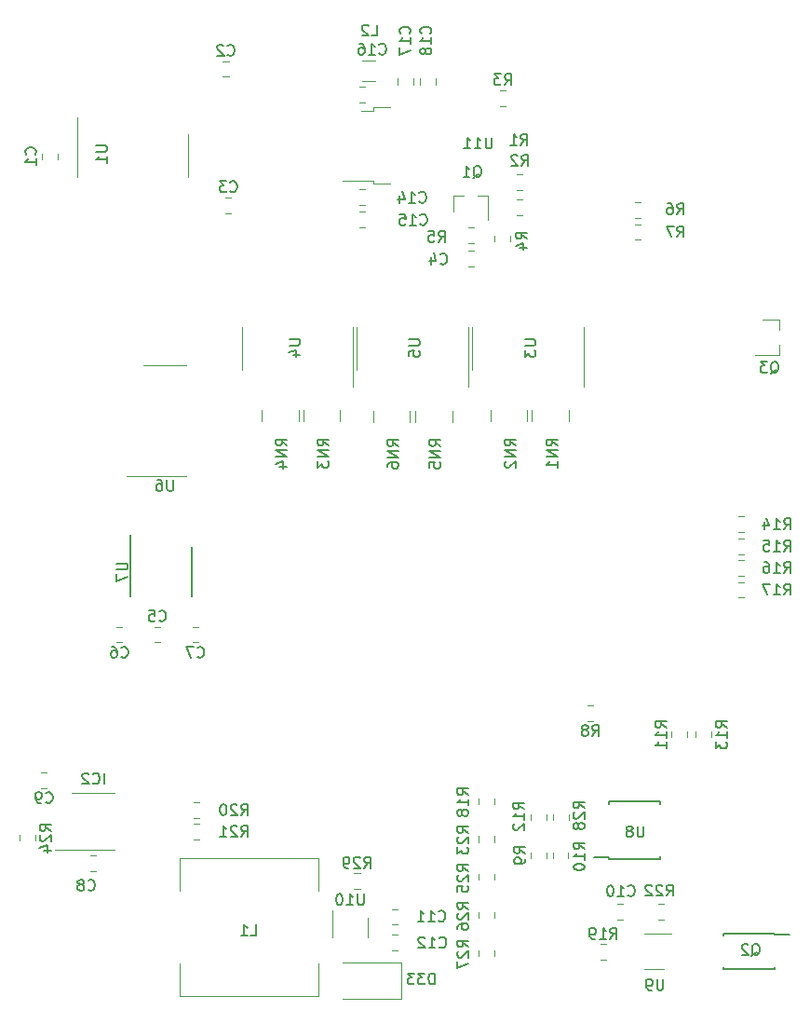
<source format=gbr>
G04 #@! TF.GenerationSoftware,KiCad,Pcbnew,(5.1.5)-3*
G04 #@! TF.CreationDate,2020-03-20T16:35:38+01:00*
G04 #@! TF.ProjectId,TrackRay_H00,54726163-6b52-4617-995f-4830302e6b69,rev?*
G04 #@! TF.SameCoordinates,Original*
G04 #@! TF.FileFunction,Legend,Bot*
G04 #@! TF.FilePolarity,Positive*
%FSLAX46Y46*%
G04 Gerber Fmt 4.6, Leading zero omitted, Abs format (unit mm)*
G04 Created by KiCad (PCBNEW (5.1.5)-3) date 2020-03-20 16:35:38*
%MOMM*%
%LPD*%
G04 APERTURE LIST*
%ADD10C,0.120000*%
%ADD11C,0.150000*%
G04 APERTURE END LIST*
D10*
X34436200Y-12326700D02*
X33336200Y-12326700D01*
X34436200Y-12056700D02*
X34436200Y-12326700D01*
X35936200Y-12056700D02*
X34436200Y-12056700D01*
X34436200Y-18686700D02*
X31606200Y-18686700D01*
X34436200Y-18956700D02*
X34436200Y-18686700D01*
X35936200Y-18956700D02*
X34436200Y-18956700D01*
D11*
X55866400Y-80224000D02*
X54516400Y-80224000D01*
X55866400Y-75099000D02*
X60516400Y-75099000D01*
X55866400Y-80349000D02*
X60516400Y-80349000D01*
X55866400Y-75099000D02*
X55866400Y-75324000D01*
X60516400Y-75099000D02*
X60516400Y-75324000D01*
X60516400Y-80349000D02*
X60516400Y-80124000D01*
X55866400Y-80349000D02*
X55866400Y-80224000D01*
D10*
X36139622Y-84888000D02*
X36656778Y-84888000D01*
X36139622Y-86308000D02*
X36656778Y-86308000D01*
X36114222Y-87199400D02*
X36631378Y-87199400D01*
X36114222Y-88619400D02*
X36631378Y-88619400D01*
X2287200Y-78693778D02*
X2287200Y-78176622D01*
X3707200Y-78693778D02*
X3707200Y-78176622D01*
X60837578Y-85876200D02*
X60320422Y-85876200D01*
X60837578Y-84456200D02*
X60320422Y-84456200D01*
X55579778Y-89508400D02*
X55062622Y-89508400D01*
X55579778Y-88088400D02*
X55062622Y-88088400D01*
X71305200Y-31353600D02*
X69845200Y-31353600D01*
X71305200Y-34513600D02*
X69145200Y-34513600D01*
X71305200Y-34513600D02*
X71305200Y-33583600D01*
X71305200Y-31353600D02*
X71305200Y-32283600D01*
X33408536Y-7827600D02*
X34612664Y-7827600D01*
X33408536Y-9647600D02*
X34612664Y-9647600D01*
X29388600Y-92837800D02*
X29388600Y-89837800D01*
X16788600Y-92837800D02*
X29388600Y-92837800D01*
X16788600Y-89837800D02*
X16788600Y-92837800D01*
X16788600Y-80237800D02*
X16788600Y-83237800D01*
X29388600Y-80237800D02*
X16788600Y-80237800D01*
X29388600Y-83237800D02*
X29388600Y-80237800D01*
X30724200Y-87488600D02*
X30724200Y-85038600D01*
X33944200Y-85688600D02*
X33944200Y-87488600D01*
X59069400Y-87137600D02*
X61519400Y-87137600D01*
X60869400Y-90357600D02*
X59069400Y-90357600D01*
D11*
X12364200Y-50879400D02*
X12364200Y-56504400D01*
X17914200Y-52004400D02*
X17914200Y-56504400D01*
D10*
X15468600Y-45598400D02*
X12018600Y-45598400D01*
X15468600Y-45598400D02*
X17418600Y-45598400D01*
X15468600Y-35478400D02*
X13518600Y-35478400D01*
X15468600Y-35478400D02*
X17418600Y-35478400D01*
X32938400Y-33959800D02*
X32938400Y-32009800D01*
X32938400Y-33959800D02*
X32938400Y-35909800D01*
X43058400Y-33959800D02*
X43058400Y-32009800D01*
X43058400Y-33959800D02*
X43058400Y-37409800D01*
X22448200Y-33948600D02*
X22448200Y-31998600D01*
X22448200Y-33948600D02*
X22448200Y-35898600D01*
X32568200Y-33948600D02*
X32568200Y-31998600D01*
X32568200Y-33948600D02*
X32568200Y-37398600D01*
X43403200Y-33959800D02*
X43403200Y-32009800D01*
X43403200Y-33959800D02*
X43403200Y-35909800D01*
X53523200Y-33959800D02*
X53523200Y-32009800D01*
X53523200Y-33959800D02*
X53523200Y-37409800D01*
X7462200Y-16433800D02*
X7462200Y-12983800D01*
X7462200Y-16433800D02*
X7462200Y-18383800D01*
X17582200Y-16433800D02*
X17582200Y-14483800D01*
X17582200Y-16433800D02*
X17582200Y-18383800D01*
X34388000Y-39632000D02*
X34388000Y-40632000D01*
X37748000Y-39632000D02*
X37748000Y-40632000D01*
X38223400Y-39632000D02*
X38223400Y-40632000D01*
X41583400Y-39632000D02*
X41583400Y-40632000D01*
X24253400Y-39581200D02*
X24253400Y-40581200D01*
X27613400Y-39581200D02*
X27613400Y-40581200D01*
X28038000Y-39581200D02*
X28038000Y-40581200D01*
X31398000Y-39581200D02*
X31398000Y-40581200D01*
X45056000Y-39581200D02*
X45056000Y-40581200D01*
X48416000Y-39581200D02*
X48416000Y-40581200D01*
X48840600Y-39581200D02*
X48840600Y-40581200D01*
X52200600Y-39581200D02*
X52200600Y-40581200D01*
X33202378Y-83082200D02*
X32685222Y-83082200D01*
X33202378Y-81662200D02*
X32685222Y-81662200D01*
X48743800Y-76791078D02*
X48743800Y-76273922D01*
X50163800Y-76791078D02*
X50163800Y-76273922D01*
X43968600Y-89156278D02*
X43968600Y-88639122D01*
X45388600Y-89156278D02*
X45388600Y-88639122D01*
X43968600Y-85701878D02*
X43968600Y-85184722D01*
X45388600Y-85701878D02*
X45388600Y-85184722D01*
X43968600Y-82249778D02*
X43968600Y-81732622D01*
X45388600Y-82249778D02*
X45388600Y-81732622D01*
X43968600Y-78795378D02*
X43968600Y-78278222D01*
X45388600Y-78795378D02*
X45388600Y-78278222D01*
X18052522Y-77166400D02*
X18569678Y-77166400D01*
X18052522Y-78586400D02*
X18569678Y-78586400D01*
X18052522Y-75210600D02*
X18569678Y-75210600D01*
X18052522Y-76630600D02*
X18569678Y-76630600D01*
X43968600Y-75340978D02*
X43968600Y-74823822D01*
X45388600Y-75340978D02*
X45388600Y-74823822D01*
X68152778Y-56590000D02*
X67635622Y-56590000D01*
X68152778Y-55170000D02*
X67635622Y-55170000D01*
X68152778Y-54608800D02*
X67635622Y-54608800D01*
X68152778Y-53188800D02*
X67635622Y-53188800D01*
X68152778Y-52627600D02*
X67635622Y-52627600D01*
X68152778Y-51207600D02*
X67635622Y-51207600D01*
X68152778Y-50646400D02*
X67635622Y-50646400D01*
X68152778Y-49226400D02*
X67635622Y-49226400D01*
X63755200Y-69298078D02*
X63755200Y-68780922D01*
X65175200Y-69298078D02*
X65175200Y-68780922D01*
X52170400Y-76273922D02*
X52170400Y-76791078D01*
X50750400Y-76273922D02*
X50750400Y-76791078D01*
X62965400Y-68778622D02*
X62965400Y-69295778D01*
X61545400Y-68778622D02*
X61545400Y-69295778D01*
X52150600Y-79745022D02*
X52150600Y-80262178D01*
X50730600Y-79745022D02*
X50730600Y-80262178D01*
X50138400Y-79751422D02*
X50138400Y-80268578D01*
X48718400Y-79751422D02*
X48718400Y-80268578D01*
X53896522Y-66371400D02*
X54413678Y-66371400D01*
X53896522Y-67791400D02*
X54413678Y-67791400D01*
X58703978Y-24078000D02*
X58186822Y-24078000D01*
X58703978Y-22658000D02*
X58186822Y-22658000D01*
X58703978Y-22071400D02*
X58186822Y-22071400D01*
X58703978Y-20651400D02*
X58186822Y-20651400D01*
X43025322Y-22988200D02*
X43542478Y-22988200D01*
X43025322Y-24408200D02*
X43542478Y-24408200D01*
X45416400Y-24261578D02*
X45416400Y-23744422D01*
X46836400Y-24261578D02*
X46836400Y-23744422D01*
X46448478Y-11924100D02*
X45931322Y-11924100D01*
X46448478Y-10504100D02*
X45931322Y-10504100D01*
X48010578Y-21817400D02*
X47493422Y-21817400D01*
X48010578Y-20397400D02*
X47493422Y-20397400D01*
X47972478Y-19569500D02*
X47455322Y-19569500D01*
X47972478Y-18149500D02*
X47455322Y-18149500D01*
D11*
X70905000Y-87197200D02*
X72255000Y-87197200D01*
X70905000Y-90347200D02*
X66255000Y-90347200D01*
X70905000Y-87097200D02*
X66255000Y-87097200D01*
X70905000Y-90347200D02*
X70905000Y-90147200D01*
X66255000Y-90347200D02*
X66255000Y-90147200D01*
X66255000Y-87097200D02*
X66255000Y-87297200D01*
X70905000Y-87097200D02*
X70905000Y-87197200D01*
D10*
X41701600Y-20093400D02*
X41701600Y-21553400D01*
X44861600Y-20093400D02*
X44861600Y-22253400D01*
X44861600Y-20093400D02*
X43931600Y-20093400D01*
X41701600Y-20093400D02*
X42631600Y-20093400D01*
X8940800Y-79471200D02*
X5490800Y-79471200D01*
X8940800Y-79471200D02*
X10890800Y-79471200D01*
X8940800Y-74351200D02*
X6990800Y-74351200D01*
X8940800Y-74351200D02*
X10890800Y-74351200D01*
X37004200Y-89764600D02*
X31604200Y-89764600D01*
X37004200Y-93064600D02*
X31604200Y-93064600D01*
X37004200Y-89764600D02*
X37004200Y-93064600D01*
X40054600Y-9444222D02*
X40054600Y-9961378D01*
X38634600Y-9444222D02*
X38634600Y-9961378D01*
X38048000Y-9444222D02*
X38048000Y-9961378D01*
X36628000Y-9444222D02*
X36628000Y-9961378D01*
X33142422Y-10186600D02*
X33659578Y-10186600D01*
X33142422Y-11606600D02*
X33659578Y-11606600D01*
X33142422Y-21489600D02*
X33659578Y-21489600D01*
X33142422Y-22909600D02*
X33659578Y-22909600D01*
X33142422Y-19483000D02*
X33659578Y-19483000D01*
X33142422Y-20903000D02*
X33659578Y-20903000D01*
X56637422Y-84456200D02*
X57154578Y-84456200D01*
X56637422Y-85876200D02*
X57154578Y-85876200D01*
X4211822Y-72467400D02*
X4728978Y-72467400D01*
X4211822Y-73887400D02*
X4728978Y-73887400D01*
X9173978Y-81456600D02*
X8656822Y-81456600D01*
X9173978Y-80036600D02*
X8656822Y-80036600D01*
X18006322Y-59234000D02*
X18523478Y-59234000D01*
X18006322Y-60654000D02*
X18523478Y-60654000D01*
X11069822Y-59234000D02*
X11586978Y-59234000D01*
X11069822Y-60654000D02*
X11586978Y-60654000D01*
X15041378Y-60654000D02*
X14524222Y-60654000D01*
X15041378Y-59234000D02*
X14524222Y-59234000D01*
X43540178Y-26465600D02*
X43023022Y-26465600D01*
X43540178Y-25045600D02*
X43023022Y-25045600D01*
X21492978Y-21665000D02*
X20975822Y-21665000D01*
X21492978Y-20245000D02*
X20975822Y-20245000D01*
X21264378Y-9269800D02*
X20747222Y-9269800D01*
X21264378Y-7849800D02*
X20747222Y-7849800D01*
X4290000Y-16758578D02*
X4290000Y-16241422D01*
X5710000Y-16758578D02*
X5710000Y-16241422D01*
D11*
X45200415Y-14788900D02*
X45200415Y-15598424D01*
X45152796Y-15693662D01*
X45105177Y-15741281D01*
X45009939Y-15788900D01*
X44819462Y-15788900D01*
X44724224Y-15741281D01*
X44676605Y-15693662D01*
X44628986Y-15598424D01*
X44628986Y-14788900D01*
X43628986Y-15788900D02*
X44200415Y-15788900D01*
X43914700Y-15788900D02*
X43914700Y-14788900D01*
X44009939Y-14931758D01*
X44105177Y-15026996D01*
X44200415Y-15074615D01*
X42676605Y-15788900D02*
X43248034Y-15788900D01*
X42962320Y-15788900D02*
X42962320Y-14788900D01*
X43057558Y-14931758D01*
X43152796Y-15026996D01*
X43248034Y-15074615D01*
X59004104Y-77354180D02*
X59004104Y-78163704D01*
X58956485Y-78258942D01*
X58908866Y-78306561D01*
X58813628Y-78354180D01*
X58623152Y-78354180D01*
X58527914Y-78306561D01*
X58480295Y-78258942D01*
X58432676Y-78163704D01*
X58432676Y-77354180D01*
X57813628Y-77782752D02*
X57908866Y-77735133D01*
X57956485Y-77687514D01*
X58004104Y-77592276D01*
X58004104Y-77544657D01*
X57956485Y-77449419D01*
X57908866Y-77401800D01*
X57813628Y-77354180D01*
X57623152Y-77354180D01*
X57527914Y-77401800D01*
X57480295Y-77449419D01*
X57432676Y-77544657D01*
X57432676Y-77592276D01*
X57480295Y-77687514D01*
X57527914Y-77735133D01*
X57623152Y-77782752D01*
X57813628Y-77782752D01*
X57908866Y-77830371D01*
X57956485Y-77877990D01*
X58004104Y-77973228D01*
X58004104Y-78163704D01*
X57956485Y-78258942D01*
X57908866Y-78306561D01*
X57813628Y-78354180D01*
X57623152Y-78354180D01*
X57527914Y-78306561D01*
X57480295Y-78258942D01*
X57432676Y-78163704D01*
X57432676Y-77973228D01*
X57480295Y-77877990D01*
X57527914Y-77830371D01*
X57623152Y-77782752D01*
X40355757Y-85942442D02*
X40403376Y-85990061D01*
X40546233Y-86037680D01*
X40641471Y-86037680D01*
X40784328Y-85990061D01*
X40879566Y-85894823D01*
X40927185Y-85799585D01*
X40974804Y-85609109D01*
X40974804Y-85466252D01*
X40927185Y-85275776D01*
X40879566Y-85180538D01*
X40784328Y-85085300D01*
X40641471Y-85037680D01*
X40546233Y-85037680D01*
X40403376Y-85085300D01*
X40355757Y-85132919D01*
X39403376Y-86037680D02*
X39974804Y-86037680D01*
X39689090Y-86037680D02*
X39689090Y-85037680D01*
X39784328Y-85180538D01*
X39879566Y-85275776D01*
X39974804Y-85323395D01*
X38450995Y-86037680D02*
X39022423Y-86037680D01*
X38736709Y-86037680D02*
X38736709Y-85037680D01*
X38831947Y-85180538D01*
X38927185Y-85275776D01*
X39022423Y-85323395D01*
X40419257Y-88330042D02*
X40466876Y-88377661D01*
X40609733Y-88425280D01*
X40704971Y-88425280D01*
X40847828Y-88377661D01*
X40943066Y-88282423D01*
X40990685Y-88187185D01*
X41038304Y-87996709D01*
X41038304Y-87853852D01*
X40990685Y-87663376D01*
X40943066Y-87568138D01*
X40847828Y-87472900D01*
X40704971Y-87425280D01*
X40609733Y-87425280D01*
X40466876Y-87472900D01*
X40419257Y-87520519D01*
X39466876Y-88425280D02*
X40038304Y-88425280D01*
X39752590Y-88425280D02*
X39752590Y-87425280D01*
X39847828Y-87568138D01*
X39943066Y-87663376D01*
X40038304Y-87710995D01*
X39085923Y-87520519D02*
X39038304Y-87472900D01*
X38943066Y-87425280D01*
X38704971Y-87425280D01*
X38609733Y-87472900D01*
X38562114Y-87520519D01*
X38514495Y-87615757D01*
X38514495Y-87710995D01*
X38562114Y-87853852D01*
X39133542Y-88425280D01*
X38514495Y-88425280D01*
X5099580Y-77792342D02*
X4623390Y-77459009D01*
X5099580Y-77220914D02*
X4099580Y-77220914D01*
X4099580Y-77601866D01*
X4147200Y-77697104D01*
X4194819Y-77744723D01*
X4290057Y-77792342D01*
X4432914Y-77792342D01*
X4528152Y-77744723D01*
X4575771Y-77697104D01*
X4623390Y-77601866D01*
X4623390Y-77220914D01*
X4194819Y-78173295D02*
X4147200Y-78220914D01*
X4099580Y-78316152D01*
X4099580Y-78554247D01*
X4147200Y-78649485D01*
X4194819Y-78697104D01*
X4290057Y-78744723D01*
X4385295Y-78744723D01*
X4528152Y-78697104D01*
X5099580Y-78125676D01*
X5099580Y-78744723D01*
X4432914Y-79601866D02*
X5099580Y-79601866D01*
X4051961Y-79363771D02*
X4766247Y-79125676D01*
X4766247Y-79744723D01*
X61082157Y-83688180D02*
X61415490Y-83211990D01*
X61653585Y-83688180D02*
X61653585Y-82688180D01*
X61272633Y-82688180D01*
X61177395Y-82735800D01*
X61129776Y-82783419D01*
X61082157Y-82878657D01*
X61082157Y-83021514D01*
X61129776Y-83116752D01*
X61177395Y-83164371D01*
X61272633Y-83211990D01*
X61653585Y-83211990D01*
X60701204Y-82783419D02*
X60653585Y-82735800D01*
X60558347Y-82688180D01*
X60320252Y-82688180D01*
X60225014Y-82735800D01*
X60177395Y-82783419D01*
X60129776Y-82878657D01*
X60129776Y-82973895D01*
X60177395Y-83116752D01*
X60748823Y-83688180D01*
X60129776Y-83688180D01*
X59748823Y-82783419D02*
X59701204Y-82735800D01*
X59605966Y-82688180D01*
X59367871Y-82688180D01*
X59272633Y-82735800D01*
X59225014Y-82783419D01*
X59177395Y-82878657D01*
X59177395Y-82973895D01*
X59225014Y-83116752D01*
X59796442Y-83688180D01*
X59177395Y-83688180D01*
X55964057Y-87600780D02*
X56297390Y-87124590D01*
X56535485Y-87600780D02*
X56535485Y-86600780D01*
X56154533Y-86600780D01*
X56059295Y-86648400D01*
X56011676Y-86696019D01*
X55964057Y-86791257D01*
X55964057Y-86934114D01*
X56011676Y-87029352D01*
X56059295Y-87076971D01*
X56154533Y-87124590D01*
X56535485Y-87124590D01*
X55011676Y-87600780D02*
X55583104Y-87600780D01*
X55297390Y-87600780D02*
X55297390Y-86600780D01*
X55392628Y-86743638D01*
X55487866Y-86838876D01*
X55583104Y-86886495D01*
X54535485Y-87600780D02*
X54345009Y-87600780D01*
X54249771Y-87553161D01*
X54202152Y-87505542D01*
X54106914Y-87362685D01*
X54059295Y-87172209D01*
X54059295Y-86791257D01*
X54106914Y-86696019D01*
X54154533Y-86648400D01*
X54249771Y-86600780D01*
X54440247Y-86600780D01*
X54535485Y-86648400D01*
X54583104Y-86696019D01*
X54630723Y-86791257D01*
X54630723Y-87029352D01*
X54583104Y-87124590D01*
X54535485Y-87172209D01*
X54440247Y-87219828D01*
X54249771Y-87219828D01*
X54154533Y-87172209D01*
X54106914Y-87124590D01*
X54059295Y-87029352D01*
X70542138Y-36234619D02*
X70637376Y-36187000D01*
X70732614Y-36091761D01*
X70875471Y-35948904D01*
X70970709Y-35901285D01*
X71065947Y-35901285D01*
X71018328Y-36139380D02*
X71113566Y-36091761D01*
X71208804Y-35996523D01*
X71256423Y-35806047D01*
X71256423Y-35472714D01*
X71208804Y-35282238D01*
X71113566Y-35187000D01*
X71018328Y-35139380D01*
X70827852Y-35139380D01*
X70732614Y-35187000D01*
X70637376Y-35282238D01*
X70589757Y-35472714D01*
X70589757Y-35806047D01*
X70637376Y-35996523D01*
X70732614Y-36091761D01*
X70827852Y-36139380D01*
X71018328Y-36139380D01*
X70256423Y-35139380D02*
X69637376Y-35139380D01*
X69970709Y-35520333D01*
X69827852Y-35520333D01*
X69732614Y-35567952D01*
X69684995Y-35615571D01*
X69637376Y-35710809D01*
X69637376Y-35948904D01*
X69684995Y-36044142D01*
X69732614Y-36091761D01*
X69827852Y-36139380D01*
X70113566Y-36139380D01*
X70208804Y-36091761D01*
X70256423Y-36044142D01*
X34253466Y-5545080D02*
X34729657Y-5545080D01*
X34729657Y-4545080D01*
X33967752Y-4640319D02*
X33920133Y-4592700D01*
X33824895Y-4545080D01*
X33586800Y-4545080D01*
X33491561Y-4592700D01*
X33443942Y-4640319D01*
X33396323Y-4735557D01*
X33396323Y-4830795D01*
X33443942Y-4973652D01*
X34015371Y-5545080D01*
X33396323Y-5545080D01*
X23255266Y-87294980D02*
X23731457Y-87294980D01*
X23731457Y-86294980D01*
X22398123Y-87294980D02*
X22969552Y-87294980D01*
X22683838Y-87294980D02*
X22683838Y-86294980D01*
X22779076Y-86437838D01*
X22874314Y-86533076D01*
X22969552Y-86580695D01*
X33572295Y-83513680D02*
X33572295Y-84323204D01*
X33524676Y-84418442D01*
X33477057Y-84466061D01*
X33381819Y-84513680D01*
X33191342Y-84513680D01*
X33096104Y-84466061D01*
X33048485Y-84418442D01*
X33000866Y-84323204D01*
X33000866Y-83513680D01*
X32000866Y-84513680D02*
X32572295Y-84513680D01*
X32286580Y-84513680D02*
X32286580Y-83513680D01*
X32381819Y-83656538D01*
X32477057Y-83751776D01*
X32572295Y-83799395D01*
X31381819Y-83513680D02*
X31286580Y-83513680D01*
X31191342Y-83561300D01*
X31143723Y-83608919D01*
X31096104Y-83704157D01*
X31048485Y-83894633D01*
X31048485Y-84132728D01*
X31096104Y-84323204D01*
X31143723Y-84418442D01*
X31191342Y-84466061D01*
X31286580Y-84513680D01*
X31381819Y-84513680D01*
X31477057Y-84466061D01*
X31524676Y-84418442D01*
X31572295Y-84323204D01*
X31619914Y-84132728D01*
X31619914Y-83894633D01*
X31572295Y-83704157D01*
X31524676Y-83608919D01*
X31477057Y-83561300D01*
X31381819Y-83513680D01*
X60794804Y-91260680D02*
X60794804Y-92070204D01*
X60747185Y-92165442D01*
X60699566Y-92213061D01*
X60604328Y-92260680D01*
X60413852Y-92260680D01*
X60318614Y-92213061D01*
X60270995Y-92165442D01*
X60223376Y-92070204D01*
X60223376Y-91260680D01*
X59699566Y-92260680D02*
X59509090Y-92260680D01*
X59413852Y-92213061D01*
X59366233Y-92165442D01*
X59270995Y-92022585D01*
X59223376Y-91832109D01*
X59223376Y-91451157D01*
X59270995Y-91355919D01*
X59318614Y-91308300D01*
X59413852Y-91260680D01*
X59604328Y-91260680D01*
X59699566Y-91308300D01*
X59747185Y-91355919D01*
X59794804Y-91451157D01*
X59794804Y-91689252D01*
X59747185Y-91784490D01*
X59699566Y-91832109D01*
X59604328Y-91879728D01*
X59413852Y-91879728D01*
X59318614Y-91832109D01*
X59270995Y-91784490D01*
X59223376Y-91689252D01*
X11091580Y-53492495D02*
X11901104Y-53492495D01*
X11996342Y-53540114D01*
X12043961Y-53587733D01*
X12091580Y-53682971D01*
X12091580Y-53873447D01*
X12043961Y-53968685D01*
X11996342Y-54016304D01*
X11901104Y-54063923D01*
X11091580Y-54063923D01*
X11091580Y-54444876D02*
X11091580Y-55111542D01*
X12091580Y-54682971D01*
X16230504Y-45890780D02*
X16230504Y-46700304D01*
X16182885Y-46795542D01*
X16135266Y-46843161D01*
X16040028Y-46890780D01*
X15849552Y-46890780D01*
X15754314Y-46843161D01*
X15706695Y-46795542D01*
X15659076Y-46700304D01*
X15659076Y-45890780D01*
X14754314Y-45890780D02*
X14944790Y-45890780D01*
X15040028Y-45938400D01*
X15087647Y-45986019D01*
X15182885Y-46128876D01*
X15230504Y-46319352D01*
X15230504Y-46700304D01*
X15182885Y-46795542D01*
X15135266Y-46843161D01*
X15040028Y-46890780D01*
X14849552Y-46890780D01*
X14754314Y-46843161D01*
X14706695Y-46795542D01*
X14659076Y-46700304D01*
X14659076Y-46462209D01*
X14706695Y-46366971D01*
X14754314Y-46319352D01*
X14849552Y-46271733D01*
X15040028Y-46271733D01*
X15135266Y-46319352D01*
X15182885Y-46366971D01*
X15230504Y-46462209D01*
X37641280Y-33134395D02*
X38450804Y-33134395D01*
X38546042Y-33182014D01*
X38593661Y-33229633D01*
X38641280Y-33324871D01*
X38641280Y-33515347D01*
X38593661Y-33610585D01*
X38546042Y-33658204D01*
X38450804Y-33705823D01*
X37641280Y-33705823D01*
X37641280Y-34658204D02*
X37641280Y-34182014D01*
X38117471Y-34134395D01*
X38069852Y-34182014D01*
X38022233Y-34277252D01*
X38022233Y-34515347D01*
X38069852Y-34610585D01*
X38117471Y-34658204D01*
X38212709Y-34705823D01*
X38450804Y-34705823D01*
X38546042Y-34658204D01*
X38593661Y-34610585D01*
X38641280Y-34515347D01*
X38641280Y-34277252D01*
X38593661Y-34182014D01*
X38546042Y-34134395D01*
X26770080Y-33096295D02*
X27579604Y-33096295D01*
X27674842Y-33143914D01*
X27722461Y-33191533D01*
X27770080Y-33286771D01*
X27770080Y-33477247D01*
X27722461Y-33572485D01*
X27674842Y-33620104D01*
X27579604Y-33667723D01*
X26770080Y-33667723D01*
X27103414Y-34572485D02*
X27770080Y-34572485D01*
X26722461Y-34334390D02*
X27436747Y-34096295D01*
X27436747Y-34715342D01*
X48194980Y-33134395D02*
X49004504Y-33134395D01*
X49099742Y-33182014D01*
X49147361Y-33229633D01*
X49194980Y-33324871D01*
X49194980Y-33515347D01*
X49147361Y-33610585D01*
X49099742Y-33658204D01*
X49004504Y-33705823D01*
X48194980Y-33705823D01*
X48194980Y-34086776D02*
X48194980Y-34705823D01*
X48575933Y-34372490D01*
X48575933Y-34515347D01*
X48623552Y-34610585D01*
X48671171Y-34658204D01*
X48766409Y-34705823D01*
X49004504Y-34705823D01*
X49099742Y-34658204D01*
X49147361Y-34610585D01*
X49194980Y-34515347D01*
X49194980Y-34229633D01*
X49147361Y-34134395D01*
X49099742Y-34086776D01*
X9205980Y-15519495D02*
X10015504Y-15519495D01*
X10110742Y-15567114D01*
X10158361Y-15614733D01*
X10205980Y-15709971D01*
X10205980Y-15900447D01*
X10158361Y-15995685D01*
X10110742Y-16043304D01*
X10015504Y-16090923D01*
X9205980Y-16090923D01*
X10205980Y-17090923D02*
X10205980Y-16519495D01*
X10205980Y-16805209D02*
X9205980Y-16805209D01*
X9348838Y-16709971D01*
X9444076Y-16614733D01*
X9491695Y-16519495D01*
X36704180Y-42845123D02*
X36227990Y-42511790D01*
X36704180Y-42273695D02*
X35704180Y-42273695D01*
X35704180Y-42654647D01*
X35751800Y-42749885D01*
X35799419Y-42797504D01*
X35894657Y-42845123D01*
X36037514Y-42845123D01*
X36132752Y-42797504D01*
X36180371Y-42749885D01*
X36227990Y-42654647D01*
X36227990Y-42273695D01*
X36704180Y-43273695D02*
X35704180Y-43273695D01*
X36704180Y-43845123D01*
X35704180Y-43845123D01*
X35704180Y-44749885D02*
X35704180Y-44559409D01*
X35751800Y-44464171D01*
X35799419Y-44416552D01*
X35942276Y-44321314D01*
X36132752Y-44273695D01*
X36513704Y-44273695D01*
X36608942Y-44321314D01*
X36656561Y-44368933D01*
X36704180Y-44464171D01*
X36704180Y-44654647D01*
X36656561Y-44749885D01*
X36608942Y-44797504D01*
X36513704Y-44845123D01*
X36275609Y-44845123D01*
X36180371Y-44797504D01*
X36132752Y-44749885D01*
X36085133Y-44654647D01*
X36085133Y-44464171D01*
X36132752Y-44368933D01*
X36180371Y-44321314D01*
X36275609Y-44273695D01*
X40539580Y-42845123D02*
X40063390Y-42511790D01*
X40539580Y-42273695D02*
X39539580Y-42273695D01*
X39539580Y-42654647D01*
X39587200Y-42749885D01*
X39634819Y-42797504D01*
X39730057Y-42845123D01*
X39872914Y-42845123D01*
X39968152Y-42797504D01*
X40015771Y-42749885D01*
X40063390Y-42654647D01*
X40063390Y-42273695D01*
X40539580Y-43273695D02*
X39539580Y-43273695D01*
X40539580Y-43845123D01*
X39539580Y-43845123D01*
X39539580Y-44797504D02*
X39539580Y-44321314D01*
X40015771Y-44273695D01*
X39968152Y-44321314D01*
X39920533Y-44416552D01*
X39920533Y-44654647D01*
X39968152Y-44749885D01*
X40015771Y-44797504D01*
X40111009Y-44845123D01*
X40349104Y-44845123D01*
X40444342Y-44797504D01*
X40491961Y-44749885D01*
X40539580Y-44654647D01*
X40539580Y-44416552D01*
X40491961Y-44321314D01*
X40444342Y-44273695D01*
X26569580Y-42794323D02*
X26093390Y-42460990D01*
X26569580Y-42222895D02*
X25569580Y-42222895D01*
X25569580Y-42603847D01*
X25617200Y-42699085D01*
X25664819Y-42746704D01*
X25760057Y-42794323D01*
X25902914Y-42794323D01*
X25998152Y-42746704D01*
X26045771Y-42699085D01*
X26093390Y-42603847D01*
X26093390Y-42222895D01*
X26569580Y-43222895D02*
X25569580Y-43222895D01*
X26569580Y-43794323D01*
X25569580Y-43794323D01*
X25902914Y-44699085D02*
X26569580Y-44699085D01*
X25521961Y-44460990D02*
X26236247Y-44222895D01*
X26236247Y-44841942D01*
X30354180Y-42794323D02*
X29877990Y-42460990D01*
X30354180Y-42222895D02*
X29354180Y-42222895D01*
X29354180Y-42603847D01*
X29401800Y-42699085D01*
X29449419Y-42746704D01*
X29544657Y-42794323D01*
X29687514Y-42794323D01*
X29782752Y-42746704D01*
X29830371Y-42699085D01*
X29877990Y-42603847D01*
X29877990Y-42222895D01*
X30354180Y-43222895D02*
X29354180Y-43222895D01*
X30354180Y-43794323D01*
X29354180Y-43794323D01*
X29354180Y-44175276D02*
X29354180Y-44794323D01*
X29735133Y-44460990D01*
X29735133Y-44603847D01*
X29782752Y-44699085D01*
X29830371Y-44746704D01*
X29925609Y-44794323D01*
X30163704Y-44794323D01*
X30258942Y-44746704D01*
X30306561Y-44699085D01*
X30354180Y-44603847D01*
X30354180Y-44318133D01*
X30306561Y-44222895D01*
X30258942Y-44175276D01*
X47372180Y-42794323D02*
X46895990Y-42460990D01*
X47372180Y-42222895D02*
X46372180Y-42222895D01*
X46372180Y-42603847D01*
X46419800Y-42699085D01*
X46467419Y-42746704D01*
X46562657Y-42794323D01*
X46705514Y-42794323D01*
X46800752Y-42746704D01*
X46848371Y-42699085D01*
X46895990Y-42603847D01*
X46895990Y-42222895D01*
X47372180Y-43222895D02*
X46372180Y-43222895D01*
X47372180Y-43794323D01*
X46372180Y-43794323D01*
X46467419Y-44222895D02*
X46419800Y-44270514D01*
X46372180Y-44365752D01*
X46372180Y-44603847D01*
X46419800Y-44699085D01*
X46467419Y-44746704D01*
X46562657Y-44794323D01*
X46657895Y-44794323D01*
X46800752Y-44746704D01*
X47372180Y-44175276D01*
X47372180Y-44794323D01*
X51156780Y-42794323D02*
X50680590Y-42460990D01*
X51156780Y-42222895D02*
X50156780Y-42222895D01*
X50156780Y-42603847D01*
X50204400Y-42699085D01*
X50252019Y-42746704D01*
X50347257Y-42794323D01*
X50490114Y-42794323D01*
X50585352Y-42746704D01*
X50632971Y-42699085D01*
X50680590Y-42603847D01*
X50680590Y-42222895D01*
X51156780Y-43222895D02*
X50156780Y-43222895D01*
X51156780Y-43794323D01*
X50156780Y-43794323D01*
X51156780Y-44794323D02*
X51156780Y-44222895D01*
X51156780Y-44508609D02*
X50156780Y-44508609D01*
X50299638Y-44413371D01*
X50394876Y-44318133D01*
X50442495Y-44222895D01*
X33586657Y-81174580D02*
X33919990Y-80698390D01*
X34158085Y-81174580D02*
X34158085Y-80174580D01*
X33777133Y-80174580D01*
X33681895Y-80222200D01*
X33634276Y-80269819D01*
X33586657Y-80365057D01*
X33586657Y-80507914D01*
X33634276Y-80603152D01*
X33681895Y-80650771D01*
X33777133Y-80698390D01*
X34158085Y-80698390D01*
X33205704Y-80269819D02*
X33158085Y-80222200D01*
X33062847Y-80174580D01*
X32824752Y-80174580D01*
X32729514Y-80222200D01*
X32681895Y-80269819D01*
X32634276Y-80365057D01*
X32634276Y-80460295D01*
X32681895Y-80603152D01*
X33253323Y-81174580D01*
X32634276Y-81174580D01*
X32158085Y-81174580D02*
X31967609Y-81174580D01*
X31872371Y-81126961D01*
X31824752Y-81079342D01*
X31729514Y-80936485D01*
X31681895Y-80746009D01*
X31681895Y-80365057D01*
X31729514Y-80269819D01*
X31777133Y-80222200D01*
X31872371Y-80174580D01*
X32062847Y-80174580D01*
X32158085Y-80222200D01*
X32205704Y-80269819D01*
X32253323Y-80365057D01*
X32253323Y-80603152D01*
X32205704Y-80698390D01*
X32158085Y-80746009D01*
X32062847Y-80793628D01*
X31872371Y-80793628D01*
X31777133Y-80746009D01*
X31729514Y-80698390D01*
X31681895Y-80603152D01*
X53601880Y-75734942D02*
X53125690Y-75401609D01*
X53601880Y-75163514D02*
X52601880Y-75163514D01*
X52601880Y-75544466D01*
X52649500Y-75639704D01*
X52697119Y-75687323D01*
X52792357Y-75734942D01*
X52935214Y-75734942D01*
X53030452Y-75687323D01*
X53078071Y-75639704D01*
X53125690Y-75544466D01*
X53125690Y-75163514D01*
X52697119Y-76115895D02*
X52649500Y-76163514D01*
X52601880Y-76258752D01*
X52601880Y-76496847D01*
X52649500Y-76592085D01*
X52697119Y-76639704D01*
X52792357Y-76687323D01*
X52887595Y-76687323D01*
X53030452Y-76639704D01*
X53601880Y-76068276D01*
X53601880Y-76687323D01*
X53030452Y-77258752D02*
X52982833Y-77163514D01*
X52935214Y-77115895D01*
X52839976Y-77068276D01*
X52792357Y-77068276D01*
X52697119Y-77115895D01*
X52649500Y-77163514D01*
X52601880Y-77258752D01*
X52601880Y-77449228D01*
X52649500Y-77544466D01*
X52697119Y-77592085D01*
X52792357Y-77639704D01*
X52839976Y-77639704D01*
X52935214Y-77592085D01*
X52982833Y-77544466D01*
X53030452Y-77449228D01*
X53030452Y-77258752D01*
X53078071Y-77163514D01*
X53125690Y-77115895D01*
X53220928Y-77068276D01*
X53411404Y-77068276D01*
X53506642Y-77115895D01*
X53554261Y-77163514D01*
X53601880Y-77258752D01*
X53601880Y-77449228D01*
X53554261Y-77544466D01*
X53506642Y-77592085D01*
X53411404Y-77639704D01*
X53220928Y-77639704D01*
X53125690Y-77592085D01*
X53078071Y-77544466D01*
X53030452Y-77449228D01*
X43059880Y-88343742D02*
X42583690Y-88010409D01*
X43059880Y-87772314D02*
X42059880Y-87772314D01*
X42059880Y-88153266D01*
X42107500Y-88248504D01*
X42155119Y-88296123D01*
X42250357Y-88343742D01*
X42393214Y-88343742D01*
X42488452Y-88296123D01*
X42536071Y-88248504D01*
X42583690Y-88153266D01*
X42583690Y-87772314D01*
X42155119Y-88724695D02*
X42107500Y-88772314D01*
X42059880Y-88867552D01*
X42059880Y-89105647D01*
X42107500Y-89200885D01*
X42155119Y-89248504D01*
X42250357Y-89296123D01*
X42345595Y-89296123D01*
X42488452Y-89248504D01*
X43059880Y-88677076D01*
X43059880Y-89296123D01*
X42059880Y-89629457D02*
X42059880Y-90296123D01*
X43059880Y-89867552D01*
X43059880Y-84889342D02*
X42583690Y-84556009D01*
X43059880Y-84317914D02*
X42059880Y-84317914D01*
X42059880Y-84698866D01*
X42107500Y-84794104D01*
X42155119Y-84841723D01*
X42250357Y-84889342D01*
X42393214Y-84889342D01*
X42488452Y-84841723D01*
X42536071Y-84794104D01*
X42583690Y-84698866D01*
X42583690Y-84317914D01*
X42155119Y-85270295D02*
X42107500Y-85317914D01*
X42059880Y-85413152D01*
X42059880Y-85651247D01*
X42107500Y-85746485D01*
X42155119Y-85794104D01*
X42250357Y-85841723D01*
X42345595Y-85841723D01*
X42488452Y-85794104D01*
X43059880Y-85222676D01*
X43059880Y-85841723D01*
X42059880Y-86698866D02*
X42059880Y-86508390D01*
X42107500Y-86413152D01*
X42155119Y-86365533D01*
X42297976Y-86270295D01*
X42488452Y-86222676D01*
X42869404Y-86222676D01*
X42964642Y-86270295D01*
X43012261Y-86317914D01*
X43059880Y-86413152D01*
X43059880Y-86603628D01*
X43012261Y-86698866D01*
X42964642Y-86746485D01*
X42869404Y-86794104D01*
X42631309Y-86794104D01*
X42536071Y-86746485D01*
X42488452Y-86698866D01*
X42440833Y-86603628D01*
X42440833Y-86413152D01*
X42488452Y-86317914D01*
X42536071Y-86270295D01*
X42631309Y-86222676D01*
X43059880Y-81437242D02*
X42583690Y-81103909D01*
X43059880Y-80865814D02*
X42059880Y-80865814D01*
X42059880Y-81246766D01*
X42107500Y-81342004D01*
X42155119Y-81389623D01*
X42250357Y-81437242D01*
X42393214Y-81437242D01*
X42488452Y-81389623D01*
X42536071Y-81342004D01*
X42583690Y-81246766D01*
X42583690Y-80865814D01*
X42155119Y-81818195D02*
X42107500Y-81865814D01*
X42059880Y-81961052D01*
X42059880Y-82199147D01*
X42107500Y-82294385D01*
X42155119Y-82342004D01*
X42250357Y-82389623D01*
X42345595Y-82389623D01*
X42488452Y-82342004D01*
X43059880Y-81770576D01*
X43059880Y-82389623D01*
X42059880Y-83294385D02*
X42059880Y-82818195D01*
X42536071Y-82770576D01*
X42488452Y-82818195D01*
X42440833Y-82913433D01*
X42440833Y-83151528D01*
X42488452Y-83246766D01*
X42536071Y-83294385D01*
X42631309Y-83342004D01*
X42869404Y-83342004D01*
X42964642Y-83294385D01*
X43012261Y-83246766D01*
X43059880Y-83151528D01*
X43059880Y-82913433D01*
X43012261Y-82818195D01*
X42964642Y-82770576D01*
X43059880Y-77982842D02*
X42583690Y-77649509D01*
X43059880Y-77411414D02*
X42059880Y-77411414D01*
X42059880Y-77792366D01*
X42107500Y-77887604D01*
X42155119Y-77935223D01*
X42250357Y-77982842D01*
X42393214Y-77982842D01*
X42488452Y-77935223D01*
X42536071Y-77887604D01*
X42583690Y-77792366D01*
X42583690Y-77411414D01*
X42155119Y-78363795D02*
X42107500Y-78411414D01*
X42059880Y-78506652D01*
X42059880Y-78744747D01*
X42107500Y-78839985D01*
X42155119Y-78887604D01*
X42250357Y-78935223D01*
X42345595Y-78935223D01*
X42488452Y-78887604D01*
X43059880Y-78316176D01*
X43059880Y-78935223D01*
X42059880Y-79268557D02*
X42059880Y-79887604D01*
X42440833Y-79554271D01*
X42440833Y-79697128D01*
X42488452Y-79792366D01*
X42536071Y-79839985D01*
X42631309Y-79887604D01*
X42869404Y-79887604D01*
X42964642Y-79839985D01*
X43012261Y-79792366D01*
X43059880Y-79697128D01*
X43059880Y-79411414D01*
X43012261Y-79316176D01*
X42964642Y-79268557D01*
X22395657Y-78327780D02*
X22728990Y-77851590D01*
X22967085Y-78327780D02*
X22967085Y-77327780D01*
X22586133Y-77327780D01*
X22490895Y-77375400D01*
X22443276Y-77423019D01*
X22395657Y-77518257D01*
X22395657Y-77661114D01*
X22443276Y-77756352D01*
X22490895Y-77803971D01*
X22586133Y-77851590D01*
X22967085Y-77851590D01*
X22014704Y-77423019D02*
X21967085Y-77375400D01*
X21871847Y-77327780D01*
X21633752Y-77327780D01*
X21538514Y-77375400D01*
X21490895Y-77423019D01*
X21443276Y-77518257D01*
X21443276Y-77613495D01*
X21490895Y-77756352D01*
X22062323Y-78327780D01*
X21443276Y-78327780D01*
X20490895Y-78327780D02*
X21062323Y-78327780D01*
X20776609Y-78327780D02*
X20776609Y-77327780D01*
X20871847Y-77470638D01*
X20967085Y-77565876D01*
X21062323Y-77613495D01*
X22395657Y-76371980D02*
X22728990Y-75895790D01*
X22967085Y-76371980D02*
X22967085Y-75371980D01*
X22586133Y-75371980D01*
X22490895Y-75419600D01*
X22443276Y-75467219D01*
X22395657Y-75562457D01*
X22395657Y-75705314D01*
X22443276Y-75800552D01*
X22490895Y-75848171D01*
X22586133Y-75895790D01*
X22967085Y-75895790D01*
X22014704Y-75467219D02*
X21967085Y-75419600D01*
X21871847Y-75371980D01*
X21633752Y-75371980D01*
X21538514Y-75419600D01*
X21490895Y-75467219D01*
X21443276Y-75562457D01*
X21443276Y-75657695D01*
X21490895Y-75800552D01*
X22062323Y-76371980D01*
X21443276Y-76371980D01*
X20824228Y-75371980D02*
X20728990Y-75371980D01*
X20633752Y-75419600D01*
X20586133Y-75467219D01*
X20538514Y-75562457D01*
X20490895Y-75752933D01*
X20490895Y-75991028D01*
X20538514Y-76181504D01*
X20586133Y-76276742D01*
X20633752Y-76324361D01*
X20728990Y-76371980D01*
X20824228Y-76371980D01*
X20919466Y-76324361D01*
X20967085Y-76276742D01*
X21014704Y-76181504D01*
X21062323Y-75991028D01*
X21062323Y-75752933D01*
X21014704Y-75562457D01*
X20967085Y-75467219D01*
X20919466Y-75419600D01*
X20824228Y-75371980D01*
X43059880Y-74528442D02*
X42583690Y-74195109D01*
X43059880Y-73957014D02*
X42059880Y-73957014D01*
X42059880Y-74337966D01*
X42107500Y-74433204D01*
X42155119Y-74480823D01*
X42250357Y-74528442D01*
X42393214Y-74528442D01*
X42488452Y-74480823D01*
X42536071Y-74433204D01*
X42583690Y-74337966D01*
X42583690Y-73957014D01*
X43059880Y-75480823D02*
X43059880Y-74909395D01*
X43059880Y-75195109D02*
X42059880Y-75195109D01*
X42202738Y-75099871D01*
X42297976Y-75004633D01*
X42345595Y-74909395D01*
X42488452Y-76052252D02*
X42440833Y-75957014D01*
X42393214Y-75909395D01*
X42297976Y-75861776D01*
X42250357Y-75861776D01*
X42155119Y-75909395D01*
X42107500Y-75957014D01*
X42059880Y-76052252D01*
X42059880Y-76242728D01*
X42107500Y-76337966D01*
X42155119Y-76385585D01*
X42250357Y-76433204D01*
X42297976Y-76433204D01*
X42393214Y-76385585D01*
X42440833Y-76337966D01*
X42488452Y-76242728D01*
X42488452Y-76052252D01*
X42536071Y-75957014D01*
X42583690Y-75909395D01*
X42678928Y-75861776D01*
X42869404Y-75861776D01*
X42964642Y-75909395D01*
X43012261Y-75957014D01*
X43059880Y-76052252D01*
X43059880Y-76242728D01*
X43012261Y-76337966D01*
X42964642Y-76385585D01*
X42869404Y-76433204D01*
X42678928Y-76433204D01*
X42583690Y-76385585D01*
X42536071Y-76337966D01*
X42488452Y-76242728D01*
X71762857Y-56346080D02*
X72096190Y-55869890D01*
X72334285Y-56346080D02*
X72334285Y-55346080D01*
X71953333Y-55346080D01*
X71858095Y-55393700D01*
X71810476Y-55441319D01*
X71762857Y-55536557D01*
X71762857Y-55679414D01*
X71810476Y-55774652D01*
X71858095Y-55822271D01*
X71953333Y-55869890D01*
X72334285Y-55869890D01*
X70810476Y-56346080D02*
X71381904Y-56346080D01*
X71096190Y-56346080D02*
X71096190Y-55346080D01*
X71191428Y-55488938D01*
X71286666Y-55584176D01*
X71381904Y-55631795D01*
X70477142Y-55346080D02*
X69810476Y-55346080D01*
X70239047Y-56346080D01*
X71762857Y-54364880D02*
X72096190Y-53888690D01*
X72334285Y-54364880D02*
X72334285Y-53364880D01*
X71953333Y-53364880D01*
X71858095Y-53412500D01*
X71810476Y-53460119D01*
X71762857Y-53555357D01*
X71762857Y-53698214D01*
X71810476Y-53793452D01*
X71858095Y-53841071D01*
X71953333Y-53888690D01*
X72334285Y-53888690D01*
X70810476Y-54364880D02*
X71381904Y-54364880D01*
X71096190Y-54364880D02*
X71096190Y-53364880D01*
X71191428Y-53507738D01*
X71286666Y-53602976D01*
X71381904Y-53650595D01*
X69953333Y-53364880D02*
X70143809Y-53364880D01*
X70239047Y-53412500D01*
X70286666Y-53460119D01*
X70381904Y-53602976D01*
X70429523Y-53793452D01*
X70429523Y-54174404D01*
X70381904Y-54269642D01*
X70334285Y-54317261D01*
X70239047Y-54364880D01*
X70048571Y-54364880D01*
X69953333Y-54317261D01*
X69905714Y-54269642D01*
X69858095Y-54174404D01*
X69858095Y-53936309D01*
X69905714Y-53841071D01*
X69953333Y-53793452D01*
X70048571Y-53745833D01*
X70239047Y-53745833D01*
X70334285Y-53793452D01*
X70381904Y-53841071D01*
X70429523Y-53936309D01*
X71762857Y-52383680D02*
X72096190Y-51907490D01*
X72334285Y-52383680D02*
X72334285Y-51383680D01*
X71953333Y-51383680D01*
X71858095Y-51431300D01*
X71810476Y-51478919D01*
X71762857Y-51574157D01*
X71762857Y-51717014D01*
X71810476Y-51812252D01*
X71858095Y-51859871D01*
X71953333Y-51907490D01*
X72334285Y-51907490D01*
X70810476Y-52383680D02*
X71381904Y-52383680D01*
X71096190Y-52383680D02*
X71096190Y-51383680D01*
X71191428Y-51526538D01*
X71286666Y-51621776D01*
X71381904Y-51669395D01*
X69905714Y-51383680D02*
X70381904Y-51383680D01*
X70429523Y-51859871D01*
X70381904Y-51812252D01*
X70286666Y-51764633D01*
X70048571Y-51764633D01*
X69953333Y-51812252D01*
X69905714Y-51859871D01*
X69858095Y-51955109D01*
X69858095Y-52193204D01*
X69905714Y-52288442D01*
X69953333Y-52336061D01*
X70048571Y-52383680D01*
X70286666Y-52383680D01*
X70381904Y-52336061D01*
X70429523Y-52288442D01*
X71762857Y-50402480D02*
X72096190Y-49926290D01*
X72334285Y-50402480D02*
X72334285Y-49402480D01*
X71953333Y-49402480D01*
X71858095Y-49450100D01*
X71810476Y-49497719D01*
X71762857Y-49592957D01*
X71762857Y-49735814D01*
X71810476Y-49831052D01*
X71858095Y-49878671D01*
X71953333Y-49926290D01*
X72334285Y-49926290D01*
X70810476Y-50402480D02*
X71381904Y-50402480D01*
X71096190Y-50402480D02*
X71096190Y-49402480D01*
X71191428Y-49545338D01*
X71286666Y-49640576D01*
X71381904Y-49688195D01*
X69953333Y-49735814D02*
X69953333Y-50402480D01*
X70191428Y-49354861D02*
X70429523Y-50069147D01*
X69810476Y-50069147D01*
X66567580Y-68396642D02*
X66091390Y-68063309D01*
X66567580Y-67825214D02*
X65567580Y-67825214D01*
X65567580Y-68206166D01*
X65615200Y-68301404D01*
X65662819Y-68349023D01*
X65758057Y-68396642D01*
X65900914Y-68396642D01*
X65996152Y-68349023D01*
X66043771Y-68301404D01*
X66091390Y-68206166D01*
X66091390Y-67825214D01*
X66567580Y-69349023D02*
X66567580Y-68777595D01*
X66567580Y-69063309D02*
X65567580Y-69063309D01*
X65710438Y-68968071D01*
X65805676Y-68872833D01*
X65853295Y-68777595D01*
X65567580Y-69682357D02*
X65567580Y-70301404D01*
X65948533Y-69968071D01*
X65948533Y-70110928D01*
X65996152Y-70206166D01*
X66043771Y-70253785D01*
X66139009Y-70301404D01*
X66377104Y-70301404D01*
X66472342Y-70253785D01*
X66519961Y-70206166D01*
X66567580Y-70110928D01*
X66567580Y-69825214D01*
X66519961Y-69729976D01*
X66472342Y-69682357D01*
X48140880Y-75823842D02*
X47664690Y-75490509D01*
X48140880Y-75252414D02*
X47140880Y-75252414D01*
X47140880Y-75633366D01*
X47188500Y-75728604D01*
X47236119Y-75776223D01*
X47331357Y-75823842D01*
X47474214Y-75823842D01*
X47569452Y-75776223D01*
X47617071Y-75728604D01*
X47664690Y-75633366D01*
X47664690Y-75252414D01*
X48140880Y-76776223D02*
X48140880Y-76204795D01*
X48140880Y-76490509D02*
X47140880Y-76490509D01*
X47283738Y-76395271D01*
X47378976Y-76300033D01*
X47426595Y-76204795D01*
X47236119Y-77157176D02*
X47188500Y-77204795D01*
X47140880Y-77300033D01*
X47140880Y-77538128D01*
X47188500Y-77633366D01*
X47236119Y-77680985D01*
X47331357Y-77728604D01*
X47426595Y-77728604D01*
X47569452Y-77680985D01*
X48140880Y-77109557D01*
X48140880Y-77728604D01*
X61057780Y-68394342D02*
X60581590Y-68061009D01*
X61057780Y-67822914D02*
X60057780Y-67822914D01*
X60057780Y-68203866D01*
X60105400Y-68299104D01*
X60153019Y-68346723D01*
X60248257Y-68394342D01*
X60391114Y-68394342D01*
X60486352Y-68346723D01*
X60533971Y-68299104D01*
X60581590Y-68203866D01*
X60581590Y-67822914D01*
X61057780Y-69346723D02*
X61057780Y-68775295D01*
X61057780Y-69061009D02*
X60057780Y-69061009D01*
X60200638Y-68965771D01*
X60295876Y-68870533D01*
X60343495Y-68775295D01*
X61057780Y-70299104D02*
X61057780Y-69727676D01*
X61057780Y-70013390D02*
X60057780Y-70013390D01*
X60200638Y-69918152D01*
X60295876Y-69822914D01*
X60343495Y-69727676D01*
X53639980Y-79456042D02*
X53163790Y-79122709D01*
X53639980Y-78884614D02*
X52639980Y-78884614D01*
X52639980Y-79265566D01*
X52687600Y-79360804D01*
X52735219Y-79408423D01*
X52830457Y-79456042D01*
X52973314Y-79456042D01*
X53068552Y-79408423D01*
X53116171Y-79360804D01*
X53163790Y-79265566D01*
X53163790Y-78884614D01*
X53639980Y-80408423D02*
X53639980Y-79836995D01*
X53639980Y-80122709D02*
X52639980Y-80122709D01*
X52782838Y-80027471D01*
X52878076Y-79932233D01*
X52925695Y-79836995D01*
X52639980Y-81027471D02*
X52639980Y-81122709D01*
X52687600Y-81217947D01*
X52735219Y-81265566D01*
X52830457Y-81313185D01*
X53020933Y-81360804D01*
X53259028Y-81360804D01*
X53449504Y-81313185D01*
X53544742Y-81265566D01*
X53592361Y-81217947D01*
X53639980Y-81122709D01*
X53639980Y-81027471D01*
X53592361Y-80932233D01*
X53544742Y-80884614D01*
X53449504Y-80836995D01*
X53259028Y-80789376D01*
X53020933Y-80789376D01*
X52830457Y-80836995D01*
X52735219Y-80884614D01*
X52687600Y-80932233D01*
X52639980Y-81027471D01*
X48230780Y-79843333D02*
X47754590Y-79510000D01*
X48230780Y-79271904D02*
X47230780Y-79271904D01*
X47230780Y-79652857D01*
X47278400Y-79748095D01*
X47326019Y-79795714D01*
X47421257Y-79843333D01*
X47564114Y-79843333D01*
X47659352Y-79795714D01*
X47706971Y-79748095D01*
X47754590Y-79652857D01*
X47754590Y-79271904D01*
X48230780Y-80319523D02*
X48230780Y-80510000D01*
X48183161Y-80605238D01*
X48135542Y-80652857D01*
X47992685Y-80748095D01*
X47802209Y-80795714D01*
X47421257Y-80795714D01*
X47326019Y-80748095D01*
X47278400Y-80700476D01*
X47230780Y-80605238D01*
X47230780Y-80414761D01*
X47278400Y-80319523D01*
X47326019Y-80271904D01*
X47421257Y-80224285D01*
X47659352Y-80224285D01*
X47754590Y-80271904D01*
X47802209Y-80319523D01*
X47849828Y-80414761D01*
X47849828Y-80605238D01*
X47802209Y-80700476D01*
X47754590Y-80748095D01*
X47659352Y-80795714D01*
X54321766Y-69183780D02*
X54655100Y-68707590D01*
X54893195Y-69183780D02*
X54893195Y-68183780D01*
X54512242Y-68183780D01*
X54417004Y-68231400D01*
X54369385Y-68279019D01*
X54321766Y-68374257D01*
X54321766Y-68517114D01*
X54369385Y-68612352D01*
X54417004Y-68659971D01*
X54512242Y-68707590D01*
X54893195Y-68707590D01*
X53750338Y-68612352D02*
X53845576Y-68564733D01*
X53893195Y-68517114D01*
X53940814Y-68421876D01*
X53940814Y-68374257D01*
X53893195Y-68279019D01*
X53845576Y-68231400D01*
X53750338Y-68183780D01*
X53559861Y-68183780D01*
X53464623Y-68231400D01*
X53417004Y-68279019D01*
X53369385Y-68374257D01*
X53369385Y-68421876D01*
X53417004Y-68517114D01*
X53464623Y-68564733D01*
X53559861Y-68612352D01*
X53750338Y-68612352D01*
X53845576Y-68659971D01*
X53893195Y-68707590D01*
X53940814Y-68802828D01*
X53940814Y-68993304D01*
X53893195Y-69088542D01*
X53845576Y-69136161D01*
X53750338Y-69183780D01*
X53559861Y-69183780D01*
X53464623Y-69136161D01*
X53417004Y-69088542D01*
X53369385Y-68993304D01*
X53369385Y-68802828D01*
X53417004Y-68707590D01*
X53464623Y-68659971D01*
X53559861Y-68612352D01*
X62066466Y-23833080D02*
X62399800Y-23356890D01*
X62637895Y-23833080D02*
X62637895Y-22833080D01*
X62256942Y-22833080D01*
X62161704Y-22880700D01*
X62114085Y-22928319D01*
X62066466Y-23023557D01*
X62066466Y-23166414D01*
X62114085Y-23261652D01*
X62161704Y-23309271D01*
X62256942Y-23356890D01*
X62637895Y-23356890D01*
X61733133Y-22833080D02*
X61066466Y-22833080D01*
X61495038Y-23833080D01*
X62066466Y-21762980D02*
X62399800Y-21286790D01*
X62637895Y-21762980D02*
X62637895Y-20762980D01*
X62256942Y-20762980D01*
X62161704Y-20810600D01*
X62114085Y-20858219D01*
X62066466Y-20953457D01*
X62066466Y-21096314D01*
X62114085Y-21191552D01*
X62161704Y-21239171D01*
X62256942Y-21286790D01*
X62637895Y-21286790D01*
X61209323Y-20762980D02*
X61399800Y-20762980D01*
X61495038Y-20810600D01*
X61542657Y-20858219D01*
X61637895Y-21001076D01*
X61685514Y-21191552D01*
X61685514Y-21572504D01*
X61637895Y-21667742D01*
X61590276Y-21715361D01*
X61495038Y-21762980D01*
X61304561Y-21762980D01*
X61209323Y-21715361D01*
X61161704Y-21667742D01*
X61114085Y-21572504D01*
X61114085Y-21334409D01*
X61161704Y-21239171D01*
X61209323Y-21191552D01*
X61304561Y-21143933D01*
X61495038Y-21143933D01*
X61590276Y-21191552D01*
X61637895Y-21239171D01*
X61685514Y-21334409D01*
X40349466Y-24264880D02*
X40682800Y-23788690D01*
X40920895Y-24264880D02*
X40920895Y-23264880D01*
X40539942Y-23264880D01*
X40444704Y-23312500D01*
X40397085Y-23360119D01*
X40349466Y-23455357D01*
X40349466Y-23598214D01*
X40397085Y-23693452D01*
X40444704Y-23741071D01*
X40539942Y-23788690D01*
X40920895Y-23788690D01*
X39444704Y-23264880D02*
X39920895Y-23264880D01*
X39968514Y-23741071D01*
X39920895Y-23693452D01*
X39825657Y-23645833D01*
X39587561Y-23645833D01*
X39492323Y-23693452D01*
X39444704Y-23741071D01*
X39397085Y-23836309D01*
X39397085Y-24074404D01*
X39444704Y-24169642D01*
X39492323Y-24217261D01*
X39587561Y-24264880D01*
X39825657Y-24264880D01*
X39920895Y-24217261D01*
X39968514Y-24169642D01*
X48394880Y-23988733D02*
X47918690Y-23655400D01*
X48394880Y-23417304D02*
X47394880Y-23417304D01*
X47394880Y-23798257D01*
X47442500Y-23893495D01*
X47490119Y-23941114D01*
X47585357Y-23988733D01*
X47728214Y-23988733D01*
X47823452Y-23941114D01*
X47871071Y-23893495D01*
X47918690Y-23798257D01*
X47918690Y-23417304D01*
X47728214Y-24845876D02*
X48394880Y-24845876D01*
X47347261Y-24607780D02*
X48061547Y-24369685D01*
X48061547Y-24988733D01*
X46356566Y-10016480D02*
X46689900Y-9540290D01*
X46927995Y-10016480D02*
X46927995Y-9016480D01*
X46547042Y-9016480D01*
X46451804Y-9064100D01*
X46404185Y-9111719D01*
X46356566Y-9206957D01*
X46356566Y-9349814D01*
X46404185Y-9445052D01*
X46451804Y-9492671D01*
X46547042Y-9540290D01*
X46927995Y-9540290D01*
X46023233Y-9016480D02*
X45404185Y-9016480D01*
X45737519Y-9397433D01*
X45594661Y-9397433D01*
X45499423Y-9445052D01*
X45451804Y-9492671D01*
X45404185Y-9587909D01*
X45404185Y-9826004D01*
X45451804Y-9921242D01*
X45499423Y-9968861D01*
X45594661Y-10016480D01*
X45880376Y-10016480D01*
X45975614Y-9968861D01*
X46023233Y-9921242D01*
X47918666Y-17356080D02*
X48252000Y-16879890D01*
X48490095Y-17356080D02*
X48490095Y-16356080D01*
X48109142Y-16356080D01*
X48013904Y-16403700D01*
X47966285Y-16451319D01*
X47918666Y-16546557D01*
X47918666Y-16689414D01*
X47966285Y-16784652D01*
X48013904Y-16832271D01*
X48109142Y-16879890D01*
X48490095Y-16879890D01*
X47537714Y-16451319D02*
X47490095Y-16403700D01*
X47394857Y-16356080D01*
X47156761Y-16356080D01*
X47061523Y-16403700D01*
X47013904Y-16451319D01*
X46966285Y-16546557D01*
X46966285Y-16641795D01*
X47013904Y-16784652D01*
X47585333Y-17356080D01*
X46966285Y-17356080D01*
X47842466Y-15463780D02*
X48175800Y-14987590D01*
X48413895Y-15463780D02*
X48413895Y-14463780D01*
X48032942Y-14463780D01*
X47937704Y-14511400D01*
X47890085Y-14559019D01*
X47842466Y-14654257D01*
X47842466Y-14797114D01*
X47890085Y-14892352D01*
X47937704Y-14939971D01*
X48032942Y-14987590D01*
X48413895Y-14987590D01*
X46890085Y-15463780D02*
X47461514Y-15463780D01*
X47175800Y-15463780D02*
X47175800Y-14463780D01*
X47271038Y-14606638D01*
X47366276Y-14701876D01*
X47461514Y-14749495D01*
X68814938Y-89155519D02*
X68910176Y-89107900D01*
X69005414Y-89012661D01*
X69148271Y-88869804D01*
X69243509Y-88822185D01*
X69338747Y-88822185D01*
X69291128Y-89060280D02*
X69386366Y-89012661D01*
X69481604Y-88917423D01*
X69529223Y-88726947D01*
X69529223Y-88393614D01*
X69481604Y-88203138D01*
X69386366Y-88107900D01*
X69291128Y-88060280D01*
X69100652Y-88060280D01*
X69005414Y-88107900D01*
X68910176Y-88203138D01*
X68862557Y-88393614D01*
X68862557Y-88726947D01*
X68910176Y-88917423D01*
X69005414Y-89012661D01*
X69100652Y-89060280D01*
X69291128Y-89060280D01*
X68481604Y-88155519D02*
X68433985Y-88107900D01*
X68338747Y-88060280D01*
X68100652Y-88060280D01*
X68005414Y-88107900D01*
X67957795Y-88155519D01*
X67910176Y-88250757D01*
X67910176Y-88345995D01*
X67957795Y-88488852D01*
X68529223Y-89060280D01*
X67910176Y-89060280D01*
X43503838Y-18480019D02*
X43599076Y-18432400D01*
X43694314Y-18337161D01*
X43837171Y-18194304D01*
X43932409Y-18146685D01*
X44027647Y-18146685D01*
X43980028Y-18384780D02*
X44075266Y-18337161D01*
X44170504Y-18241923D01*
X44218123Y-18051447D01*
X44218123Y-17718114D01*
X44170504Y-17527638D01*
X44075266Y-17432400D01*
X43980028Y-17384780D01*
X43789552Y-17384780D01*
X43694314Y-17432400D01*
X43599076Y-17527638D01*
X43551457Y-17718114D01*
X43551457Y-18051447D01*
X43599076Y-18241923D01*
X43694314Y-18337161D01*
X43789552Y-18384780D01*
X43980028Y-18384780D01*
X42599076Y-18384780D02*
X43170504Y-18384780D01*
X42884790Y-18384780D02*
X42884790Y-17384780D01*
X42980028Y-17527638D01*
X43075266Y-17622876D01*
X43170504Y-17670495D01*
X9955090Y-73528180D02*
X9955090Y-72528180D01*
X8907471Y-73432942D02*
X8955090Y-73480561D01*
X9097947Y-73528180D01*
X9193185Y-73528180D01*
X9336042Y-73480561D01*
X9431280Y-73385323D01*
X9478900Y-73290085D01*
X9526519Y-73099609D01*
X9526519Y-72956752D01*
X9478900Y-72766276D01*
X9431280Y-72671038D01*
X9336042Y-72575800D01*
X9193185Y-72528180D01*
X9097947Y-72528180D01*
X8955090Y-72575800D01*
X8907471Y-72623419D01*
X8526519Y-72623419D02*
X8478900Y-72575800D01*
X8383661Y-72528180D01*
X8145566Y-72528180D01*
X8050328Y-72575800D01*
X8002709Y-72623419D01*
X7955090Y-72718657D01*
X7955090Y-72813895D01*
X8002709Y-72956752D01*
X8574138Y-73528180D01*
X7955090Y-73528180D01*
X40000085Y-91727280D02*
X40000085Y-90727280D01*
X39761990Y-90727280D01*
X39619133Y-90774900D01*
X39523895Y-90870138D01*
X39476276Y-90965376D01*
X39428657Y-91155852D01*
X39428657Y-91298709D01*
X39476276Y-91489185D01*
X39523895Y-91584423D01*
X39619133Y-91679661D01*
X39761990Y-91727280D01*
X40000085Y-91727280D01*
X39095323Y-90727280D02*
X38476276Y-90727280D01*
X38809609Y-91108233D01*
X38666752Y-91108233D01*
X38571514Y-91155852D01*
X38523895Y-91203471D01*
X38476276Y-91298709D01*
X38476276Y-91536804D01*
X38523895Y-91632042D01*
X38571514Y-91679661D01*
X38666752Y-91727280D01*
X38952466Y-91727280D01*
X39047704Y-91679661D01*
X39095323Y-91632042D01*
X38142942Y-90727280D02*
X37523895Y-90727280D01*
X37857228Y-91108233D01*
X37714371Y-91108233D01*
X37619133Y-91155852D01*
X37571514Y-91203471D01*
X37523895Y-91298709D01*
X37523895Y-91536804D01*
X37571514Y-91632042D01*
X37619133Y-91679661D01*
X37714371Y-91727280D01*
X38000085Y-91727280D01*
X38095323Y-91679661D01*
X38142942Y-91632042D01*
X39600142Y-5326142D02*
X39647761Y-5278523D01*
X39695380Y-5135666D01*
X39695380Y-5040428D01*
X39647761Y-4897571D01*
X39552523Y-4802333D01*
X39457285Y-4754714D01*
X39266809Y-4707095D01*
X39123952Y-4707095D01*
X38933476Y-4754714D01*
X38838238Y-4802333D01*
X38743000Y-4897571D01*
X38695380Y-5040428D01*
X38695380Y-5135666D01*
X38743000Y-5278523D01*
X38790619Y-5326142D01*
X39695380Y-6278523D02*
X39695380Y-5707095D01*
X39695380Y-5992809D02*
X38695380Y-5992809D01*
X38838238Y-5897571D01*
X38933476Y-5802333D01*
X38981095Y-5707095D01*
X39123952Y-6849952D02*
X39076333Y-6754714D01*
X39028714Y-6707095D01*
X38933476Y-6659476D01*
X38885857Y-6659476D01*
X38790619Y-6707095D01*
X38743000Y-6754714D01*
X38695380Y-6849952D01*
X38695380Y-7040428D01*
X38743000Y-7135666D01*
X38790619Y-7183285D01*
X38885857Y-7230904D01*
X38933476Y-7230904D01*
X39028714Y-7183285D01*
X39076333Y-7135666D01*
X39123952Y-7040428D01*
X39123952Y-6849952D01*
X39171571Y-6754714D01*
X39219190Y-6707095D01*
X39314428Y-6659476D01*
X39504904Y-6659476D01*
X39600142Y-6707095D01*
X39647761Y-6754714D01*
X39695380Y-6849952D01*
X39695380Y-7040428D01*
X39647761Y-7135666D01*
X39600142Y-7183285D01*
X39504904Y-7230904D01*
X39314428Y-7230904D01*
X39219190Y-7183285D01*
X39171571Y-7135666D01*
X39123952Y-7040428D01*
X37707842Y-5326142D02*
X37755461Y-5278523D01*
X37803080Y-5135666D01*
X37803080Y-5040428D01*
X37755461Y-4897571D01*
X37660223Y-4802333D01*
X37564985Y-4754714D01*
X37374509Y-4707095D01*
X37231652Y-4707095D01*
X37041176Y-4754714D01*
X36945938Y-4802333D01*
X36850700Y-4897571D01*
X36803080Y-5040428D01*
X36803080Y-5135666D01*
X36850700Y-5278523D01*
X36898319Y-5326142D01*
X37803080Y-6278523D02*
X37803080Y-5707095D01*
X37803080Y-5992809D02*
X36803080Y-5992809D01*
X36945938Y-5897571D01*
X37041176Y-5802333D01*
X37088795Y-5707095D01*
X36803080Y-6611857D02*
X36803080Y-7278523D01*
X37803080Y-6849952D01*
X34958257Y-7151642D02*
X35005876Y-7199261D01*
X35148733Y-7246880D01*
X35243971Y-7246880D01*
X35386828Y-7199261D01*
X35482066Y-7104023D01*
X35529685Y-7008785D01*
X35577304Y-6818309D01*
X35577304Y-6675452D01*
X35529685Y-6484976D01*
X35482066Y-6389738D01*
X35386828Y-6294500D01*
X35243971Y-6246880D01*
X35148733Y-6246880D01*
X35005876Y-6294500D01*
X34958257Y-6342119D01*
X34005876Y-7246880D02*
X34577304Y-7246880D01*
X34291590Y-7246880D02*
X34291590Y-6246880D01*
X34386828Y-6389738D01*
X34482066Y-6484976D01*
X34577304Y-6532595D01*
X33148733Y-6246880D02*
X33339209Y-6246880D01*
X33434447Y-6294500D01*
X33482066Y-6342119D01*
X33577304Y-6484976D01*
X33624923Y-6675452D01*
X33624923Y-7056404D01*
X33577304Y-7151642D01*
X33529685Y-7199261D01*
X33434447Y-7246880D01*
X33243971Y-7246880D01*
X33148733Y-7199261D01*
X33101114Y-7151642D01*
X33053495Y-7056404D01*
X33053495Y-6818309D01*
X33101114Y-6723071D01*
X33148733Y-6675452D01*
X33243971Y-6627833D01*
X33434447Y-6627833D01*
X33529685Y-6675452D01*
X33577304Y-6723071D01*
X33624923Y-6818309D01*
X38679357Y-22650722D02*
X38726976Y-22698341D01*
X38869833Y-22745960D01*
X38965071Y-22745960D01*
X39107928Y-22698341D01*
X39203166Y-22603103D01*
X39250785Y-22507865D01*
X39298404Y-22317389D01*
X39298404Y-22174532D01*
X39250785Y-21984056D01*
X39203166Y-21888818D01*
X39107928Y-21793580D01*
X38965071Y-21745960D01*
X38869833Y-21745960D01*
X38726976Y-21793580D01*
X38679357Y-21841199D01*
X37726976Y-22745960D02*
X38298404Y-22745960D01*
X38012690Y-22745960D02*
X38012690Y-21745960D01*
X38107928Y-21888818D01*
X38203166Y-21984056D01*
X38298404Y-22031675D01*
X36822214Y-21745960D02*
X37298404Y-21745960D01*
X37346023Y-22222151D01*
X37298404Y-22174532D01*
X37203166Y-22126913D01*
X36965071Y-22126913D01*
X36869833Y-22174532D01*
X36822214Y-22222151D01*
X36774595Y-22317389D01*
X36774595Y-22555484D01*
X36822214Y-22650722D01*
X36869833Y-22698341D01*
X36965071Y-22745960D01*
X37203166Y-22745960D01*
X37298404Y-22698341D01*
X37346023Y-22650722D01*
X38603157Y-20618722D02*
X38650776Y-20666341D01*
X38793633Y-20713960D01*
X38888871Y-20713960D01*
X39031728Y-20666341D01*
X39126966Y-20571103D01*
X39174585Y-20475865D01*
X39222204Y-20285389D01*
X39222204Y-20142532D01*
X39174585Y-19952056D01*
X39126966Y-19856818D01*
X39031728Y-19761580D01*
X38888871Y-19713960D01*
X38793633Y-19713960D01*
X38650776Y-19761580D01*
X38603157Y-19809199D01*
X37650776Y-20713960D02*
X38222204Y-20713960D01*
X37936490Y-20713960D02*
X37936490Y-19713960D01*
X38031728Y-19856818D01*
X38126966Y-19952056D01*
X38222204Y-19999675D01*
X36793633Y-20047294D02*
X36793633Y-20713960D01*
X37031728Y-19666341D02*
X37269823Y-20380627D01*
X36650776Y-20380627D01*
X57576957Y-83631042D02*
X57624576Y-83678661D01*
X57767433Y-83726280D01*
X57862671Y-83726280D01*
X58005528Y-83678661D01*
X58100766Y-83583423D01*
X58148385Y-83488185D01*
X58196004Y-83297709D01*
X58196004Y-83154852D01*
X58148385Y-82964376D01*
X58100766Y-82869138D01*
X58005528Y-82773900D01*
X57862671Y-82726280D01*
X57767433Y-82726280D01*
X57624576Y-82773900D01*
X57576957Y-82821519D01*
X56624576Y-83726280D02*
X57196004Y-83726280D01*
X56910290Y-83726280D02*
X56910290Y-82726280D01*
X57005528Y-82869138D01*
X57100766Y-82964376D01*
X57196004Y-83011995D01*
X56005528Y-82726280D02*
X55910290Y-82726280D01*
X55815052Y-82773900D01*
X55767433Y-82821519D01*
X55719814Y-82916757D01*
X55672195Y-83107233D01*
X55672195Y-83345328D01*
X55719814Y-83535804D01*
X55767433Y-83631042D01*
X55815052Y-83678661D01*
X55910290Y-83726280D01*
X56005528Y-83726280D01*
X56100766Y-83678661D01*
X56148385Y-83631042D01*
X56196004Y-83535804D01*
X56243623Y-83345328D01*
X56243623Y-83107233D01*
X56196004Y-82916757D01*
X56148385Y-82821519D01*
X56100766Y-82773900D01*
X56005528Y-82726280D01*
X4637066Y-75184542D02*
X4684685Y-75232161D01*
X4827542Y-75279780D01*
X4922780Y-75279780D01*
X5065638Y-75232161D01*
X5160876Y-75136923D01*
X5208495Y-75041685D01*
X5256114Y-74851209D01*
X5256114Y-74708352D01*
X5208495Y-74517876D01*
X5160876Y-74422638D01*
X5065638Y-74327400D01*
X4922780Y-74279780D01*
X4827542Y-74279780D01*
X4684685Y-74327400D01*
X4637066Y-74375019D01*
X4160876Y-75279780D02*
X3970400Y-75279780D01*
X3875161Y-75232161D01*
X3827542Y-75184542D01*
X3732304Y-75041685D01*
X3684685Y-74851209D01*
X3684685Y-74470257D01*
X3732304Y-74375019D01*
X3779923Y-74327400D01*
X3875161Y-74279780D01*
X4065638Y-74279780D01*
X4160876Y-74327400D01*
X4208495Y-74375019D01*
X4256114Y-74470257D01*
X4256114Y-74708352D01*
X4208495Y-74803590D01*
X4160876Y-74851209D01*
X4065638Y-74898828D01*
X3875161Y-74898828D01*
X3779923Y-74851209D01*
X3732304Y-74803590D01*
X3684685Y-74708352D01*
X8485166Y-83123042D02*
X8532785Y-83170661D01*
X8675642Y-83218280D01*
X8770880Y-83218280D01*
X8913738Y-83170661D01*
X9008976Y-83075423D01*
X9056595Y-82980185D01*
X9104214Y-82789709D01*
X9104214Y-82646852D01*
X9056595Y-82456376D01*
X9008976Y-82361138D01*
X8913738Y-82265900D01*
X8770880Y-82218280D01*
X8675642Y-82218280D01*
X8532785Y-82265900D01*
X8485166Y-82313519D01*
X7913738Y-82646852D02*
X8008976Y-82599233D01*
X8056595Y-82551614D01*
X8104214Y-82456376D01*
X8104214Y-82408757D01*
X8056595Y-82313519D01*
X8008976Y-82265900D01*
X7913738Y-82218280D01*
X7723261Y-82218280D01*
X7628023Y-82265900D01*
X7580404Y-82313519D01*
X7532785Y-82408757D01*
X7532785Y-82456376D01*
X7580404Y-82551614D01*
X7628023Y-82599233D01*
X7723261Y-82646852D01*
X7913738Y-82646852D01*
X8008976Y-82694471D01*
X8056595Y-82742090D01*
X8104214Y-82837328D01*
X8104214Y-83027804D01*
X8056595Y-83123042D01*
X8008976Y-83170661D01*
X7913738Y-83218280D01*
X7723261Y-83218280D01*
X7628023Y-83170661D01*
X7580404Y-83123042D01*
X7532785Y-83027804D01*
X7532785Y-82837328D01*
X7580404Y-82742090D01*
X7628023Y-82694471D01*
X7723261Y-82646852D01*
X18431566Y-61951142D02*
X18479185Y-61998761D01*
X18622042Y-62046380D01*
X18717280Y-62046380D01*
X18860138Y-61998761D01*
X18955376Y-61903523D01*
X19002995Y-61808285D01*
X19050614Y-61617809D01*
X19050614Y-61474952D01*
X19002995Y-61284476D01*
X18955376Y-61189238D01*
X18860138Y-61094000D01*
X18717280Y-61046380D01*
X18622042Y-61046380D01*
X18479185Y-61094000D01*
X18431566Y-61141619D01*
X18098233Y-61046380D02*
X17431566Y-61046380D01*
X17860138Y-62046380D01*
X11495066Y-61951142D02*
X11542685Y-61998761D01*
X11685542Y-62046380D01*
X11780780Y-62046380D01*
X11923638Y-61998761D01*
X12018876Y-61903523D01*
X12066495Y-61808285D01*
X12114114Y-61617809D01*
X12114114Y-61474952D01*
X12066495Y-61284476D01*
X12018876Y-61189238D01*
X11923638Y-61094000D01*
X11780780Y-61046380D01*
X11685542Y-61046380D01*
X11542685Y-61094000D01*
X11495066Y-61141619D01*
X10637923Y-61046380D02*
X10828400Y-61046380D01*
X10923638Y-61094000D01*
X10971257Y-61141619D01*
X11066495Y-61284476D01*
X11114114Y-61474952D01*
X11114114Y-61855904D01*
X11066495Y-61951142D01*
X11018876Y-61998761D01*
X10923638Y-62046380D01*
X10733161Y-62046380D01*
X10637923Y-61998761D01*
X10590304Y-61951142D01*
X10542685Y-61855904D01*
X10542685Y-61617809D01*
X10590304Y-61522571D01*
X10637923Y-61474952D01*
X10733161Y-61427333D01*
X10923638Y-61427333D01*
X11018876Y-61474952D01*
X11066495Y-61522571D01*
X11114114Y-61617809D01*
X14949466Y-58651142D02*
X14997085Y-58698761D01*
X15139942Y-58746380D01*
X15235180Y-58746380D01*
X15378038Y-58698761D01*
X15473276Y-58603523D01*
X15520895Y-58508285D01*
X15568514Y-58317809D01*
X15568514Y-58174952D01*
X15520895Y-57984476D01*
X15473276Y-57889238D01*
X15378038Y-57794000D01*
X15235180Y-57746380D01*
X15139942Y-57746380D01*
X14997085Y-57794000D01*
X14949466Y-57841619D01*
X14044704Y-57746380D02*
X14520895Y-57746380D01*
X14568514Y-58222571D01*
X14520895Y-58174952D01*
X14425657Y-58127333D01*
X14187561Y-58127333D01*
X14092323Y-58174952D01*
X14044704Y-58222571D01*
X13997085Y-58317809D01*
X13997085Y-58555904D01*
X14044704Y-58651142D01*
X14092323Y-58698761D01*
X14187561Y-58746380D01*
X14425657Y-58746380D01*
X14520895Y-58698761D01*
X14568514Y-58651142D01*
X40514566Y-26214342D02*
X40562185Y-26261961D01*
X40705042Y-26309580D01*
X40800280Y-26309580D01*
X40943138Y-26261961D01*
X41038376Y-26166723D01*
X41085995Y-26071485D01*
X41133614Y-25881009D01*
X41133614Y-25738152D01*
X41085995Y-25547676D01*
X41038376Y-25452438D01*
X40943138Y-25357200D01*
X40800280Y-25309580D01*
X40705042Y-25309580D01*
X40562185Y-25357200D01*
X40514566Y-25404819D01*
X39657423Y-25642914D02*
X39657423Y-26309580D01*
X39895519Y-25261961D02*
X40133614Y-25976247D01*
X39514566Y-25976247D01*
X21401066Y-19662142D02*
X21448685Y-19709761D01*
X21591542Y-19757380D01*
X21686780Y-19757380D01*
X21829638Y-19709761D01*
X21924876Y-19614523D01*
X21972495Y-19519285D01*
X22020114Y-19328809D01*
X22020114Y-19185952D01*
X21972495Y-18995476D01*
X21924876Y-18900238D01*
X21829638Y-18805000D01*
X21686780Y-18757380D01*
X21591542Y-18757380D01*
X21448685Y-18805000D01*
X21401066Y-18852619D01*
X21067733Y-18757380D02*
X20448685Y-18757380D01*
X20782019Y-19138333D01*
X20639161Y-19138333D01*
X20543923Y-19185952D01*
X20496304Y-19233571D01*
X20448685Y-19328809D01*
X20448685Y-19566904D01*
X20496304Y-19662142D01*
X20543923Y-19709761D01*
X20639161Y-19757380D01*
X20924876Y-19757380D01*
X21020114Y-19709761D01*
X21067733Y-19662142D01*
X21172466Y-7266942D02*
X21220085Y-7314561D01*
X21362942Y-7362180D01*
X21458180Y-7362180D01*
X21601038Y-7314561D01*
X21696276Y-7219323D01*
X21743895Y-7124085D01*
X21791514Y-6933609D01*
X21791514Y-6790752D01*
X21743895Y-6600276D01*
X21696276Y-6505038D01*
X21601038Y-6409800D01*
X21458180Y-6362180D01*
X21362942Y-6362180D01*
X21220085Y-6409800D01*
X21172466Y-6457419D01*
X20791514Y-6457419D02*
X20743895Y-6409800D01*
X20648657Y-6362180D01*
X20410561Y-6362180D01*
X20315323Y-6409800D01*
X20267704Y-6457419D01*
X20220085Y-6552657D01*
X20220085Y-6647895D01*
X20267704Y-6790752D01*
X20839133Y-7362180D01*
X20220085Y-7362180D01*
X3671842Y-16317933D02*
X3719461Y-16270314D01*
X3767080Y-16127457D01*
X3767080Y-16032219D01*
X3719461Y-15889361D01*
X3624223Y-15794123D01*
X3528985Y-15746504D01*
X3338509Y-15698885D01*
X3195652Y-15698885D01*
X3005176Y-15746504D01*
X2909938Y-15794123D01*
X2814700Y-15889361D01*
X2767080Y-16032219D01*
X2767080Y-16127457D01*
X2814700Y-16270314D01*
X2862319Y-16317933D01*
X3767080Y-17270314D02*
X3767080Y-16698885D01*
X3767080Y-16984600D02*
X2767080Y-16984600D01*
X2909938Y-16889361D01*
X3005176Y-16794123D01*
X3052795Y-16698885D01*
M02*

</source>
